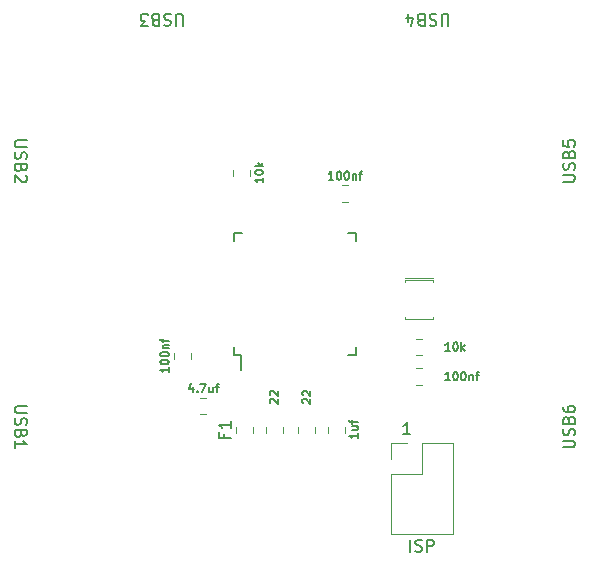
<source format=gto>
%TF.GenerationSoftware,KiCad,Pcbnew,(5.99.0-7341-g2f3ca60c5e)*%
%TF.CreationDate,2020-12-04T16:43:46+01:00*%
%TF.ProjectId,controller,636f6e74-726f-46c6-9c65-722e6b696361,rev?*%
%TF.SameCoordinates,Original*%
%TF.FileFunction,Legend,Top*%
%TF.FilePolarity,Positive*%
%FSLAX46Y46*%
G04 Gerber Fmt 4.6, Leading zero omitted, Abs format (unit mm)*
G04 Created by KiCad (PCBNEW (5.99.0-7341-g2f3ca60c5e)) date 2020-12-04 16:43:46*
%MOMM*%
%LPD*%
G01*
G04 APERTURE LIST*
%ADD10C,0.150000*%
%ADD11C,0.120000*%
G04 APERTURE END LIST*
D10*
%TO.C,USB1*%
X-22702380Y-33261904D02*
X-23511904Y-33261904D01*
X-23607142Y-33309523D01*
X-23654761Y-33357142D01*
X-23702380Y-33452380D01*
X-23702380Y-33642857D01*
X-23654761Y-33738095D01*
X-23607142Y-33785714D01*
X-23511904Y-33833333D01*
X-22702380Y-33833333D01*
X-23654761Y-34261904D02*
X-23702380Y-34404761D01*
X-23702380Y-34642857D01*
X-23654761Y-34738095D01*
X-23607142Y-34785714D01*
X-23511904Y-34833333D01*
X-23416666Y-34833333D01*
X-23321428Y-34785714D01*
X-23273809Y-34738095D01*
X-23226190Y-34642857D01*
X-23178571Y-34452380D01*
X-23130952Y-34357142D01*
X-23083333Y-34309523D01*
X-22988095Y-34261904D01*
X-22892857Y-34261904D01*
X-22797619Y-34309523D01*
X-22750000Y-34357142D01*
X-22702380Y-34452380D01*
X-22702380Y-34690476D01*
X-22750000Y-34833333D01*
X-23178571Y-35595238D02*
X-23226190Y-35738095D01*
X-23273809Y-35785714D01*
X-23369047Y-35833333D01*
X-23511904Y-35833333D01*
X-23607142Y-35785714D01*
X-23654761Y-35738095D01*
X-23702380Y-35642857D01*
X-23702380Y-35261904D01*
X-22702380Y-35261904D01*
X-22702380Y-35595238D01*
X-22750000Y-35690476D01*
X-22797619Y-35738095D01*
X-22892857Y-35785714D01*
X-22988095Y-35785714D01*
X-23083333Y-35738095D01*
X-23130952Y-35690476D01*
X-23178571Y-35595238D01*
X-23178571Y-35261904D01*
X-23702380Y-36785714D02*
X-23702380Y-36214285D01*
X-23702380Y-36500000D02*
X-22702380Y-36500000D01*
X-22845238Y-36404761D01*
X-22940476Y-36309523D01*
X-22988095Y-36214285D01*
%TO.C,F1*%
X-5971428Y-35583333D02*
X-5971428Y-35916666D01*
X-5447619Y-35916666D02*
X-6447619Y-35916666D01*
X-6447619Y-35440476D01*
X-5447619Y-34535714D02*
X-5447619Y-35107142D01*
X-5447619Y-34821428D02*
X-6447619Y-34821428D01*
X-6304761Y-34916666D01*
X-6209523Y-35011904D01*
X-6161904Y-35107142D01*
%TO.C,R4*%
X-2683333Y-13916666D02*
X-2683333Y-14316666D01*
X-2683333Y-14116666D02*
X-3383333Y-14116666D01*
X-3283333Y-14183333D01*
X-3216666Y-14250000D01*
X-3183333Y-14316666D01*
X-3383333Y-13483333D02*
X-3383333Y-13416666D01*
X-3350000Y-13350000D01*
X-3316666Y-13316666D01*
X-3250000Y-13283333D01*
X-3116666Y-13250000D01*
X-2950000Y-13250000D01*
X-2816666Y-13283333D01*
X-2750000Y-13316666D01*
X-2716666Y-13350000D01*
X-2683333Y-13416666D01*
X-2683333Y-13483333D01*
X-2716666Y-13550000D01*
X-2750000Y-13583333D01*
X-2816666Y-13616666D01*
X-2950000Y-13650000D01*
X-3116666Y-13650000D01*
X-3250000Y-13616666D01*
X-3316666Y-13583333D01*
X-3350000Y-13550000D01*
X-3383333Y-13483333D01*
X-2683333Y-12950000D02*
X-3383333Y-12950000D01*
X-2950000Y-12883333D02*
X-2683333Y-12683333D01*
X-3150000Y-12683333D02*
X-2883333Y-12950000D01*
%TO.C,C3*%
X13130833Y-31066666D02*
X12730833Y-31066666D01*
X12930833Y-31066666D02*
X12930833Y-30366666D01*
X12864166Y-30466666D01*
X12797500Y-30533333D01*
X12730833Y-30566666D01*
X13564166Y-30366666D02*
X13630833Y-30366666D01*
X13697500Y-30400000D01*
X13730833Y-30433333D01*
X13764166Y-30500000D01*
X13797500Y-30633333D01*
X13797500Y-30800000D01*
X13764166Y-30933333D01*
X13730833Y-31000000D01*
X13697500Y-31033333D01*
X13630833Y-31066666D01*
X13564166Y-31066666D01*
X13497500Y-31033333D01*
X13464166Y-31000000D01*
X13430833Y-30933333D01*
X13397500Y-30800000D01*
X13397500Y-30633333D01*
X13430833Y-30500000D01*
X13464166Y-30433333D01*
X13497500Y-30400000D01*
X13564166Y-30366666D01*
X14230833Y-30366666D02*
X14297500Y-30366666D01*
X14364166Y-30400000D01*
X14397500Y-30433333D01*
X14430833Y-30500000D01*
X14464166Y-30633333D01*
X14464166Y-30800000D01*
X14430833Y-30933333D01*
X14397500Y-31000000D01*
X14364166Y-31033333D01*
X14297500Y-31066666D01*
X14230833Y-31066666D01*
X14164166Y-31033333D01*
X14130833Y-31000000D01*
X14097500Y-30933333D01*
X14064166Y-30800000D01*
X14064166Y-30633333D01*
X14097500Y-30500000D01*
X14130833Y-30433333D01*
X14164166Y-30400000D01*
X14230833Y-30366666D01*
X14764166Y-30600000D02*
X14764166Y-31066666D01*
X14764166Y-30666666D02*
X14797500Y-30633333D01*
X14864166Y-30600000D01*
X14964166Y-30600000D01*
X15030833Y-30633333D01*
X15064166Y-30700000D01*
X15064166Y-31066666D01*
X15297500Y-30600000D02*
X15564166Y-30600000D01*
X15397500Y-31066666D02*
X15397500Y-30466666D01*
X15430833Y-30400000D01*
X15497500Y-30366666D01*
X15564166Y-30366666D01*
%TO.C,USB2*%
X-22702380Y-10761904D02*
X-23511904Y-10761904D01*
X-23607142Y-10809523D01*
X-23654761Y-10857142D01*
X-23702380Y-10952380D01*
X-23702380Y-11142857D01*
X-23654761Y-11238095D01*
X-23607142Y-11285714D01*
X-23511904Y-11333333D01*
X-22702380Y-11333333D01*
X-23654761Y-11761904D02*
X-23702380Y-11904761D01*
X-23702380Y-12142857D01*
X-23654761Y-12238095D01*
X-23607142Y-12285714D01*
X-23511904Y-12333333D01*
X-23416666Y-12333333D01*
X-23321428Y-12285714D01*
X-23273809Y-12238095D01*
X-23226190Y-12142857D01*
X-23178571Y-11952380D01*
X-23130952Y-11857142D01*
X-23083333Y-11809523D01*
X-22988095Y-11761904D01*
X-22892857Y-11761904D01*
X-22797619Y-11809523D01*
X-22750000Y-11857142D01*
X-22702380Y-11952380D01*
X-22702380Y-12190476D01*
X-22750000Y-12333333D01*
X-23178571Y-13095238D02*
X-23226190Y-13238095D01*
X-23273809Y-13285714D01*
X-23369047Y-13333333D01*
X-23511904Y-13333333D01*
X-23607142Y-13285714D01*
X-23654761Y-13238095D01*
X-23702380Y-13142857D01*
X-23702380Y-12761904D01*
X-22702380Y-12761904D01*
X-22702380Y-13095238D01*
X-22750000Y-13190476D01*
X-22797619Y-13238095D01*
X-22892857Y-13285714D01*
X-22988095Y-13285714D01*
X-23083333Y-13238095D01*
X-23130952Y-13190476D01*
X-23178571Y-13095238D01*
X-23178571Y-12761904D01*
X-22797619Y-13714285D02*
X-22750000Y-13761904D01*
X-22702380Y-13857142D01*
X-22702380Y-14095238D01*
X-22750000Y-14190476D01*
X-22797619Y-14238095D01*
X-22892857Y-14285714D01*
X-22988095Y-14285714D01*
X-23130952Y-14238095D01*
X-23702380Y-13666666D01*
X-23702380Y-14285714D01*
%TO.C,C2*%
X-8633333Y-31600000D02*
X-8633333Y-32066666D01*
X-8800000Y-31333333D02*
X-8966666Y-31833333D01*
X-8533333Y-31833333D01*
X-8266666Y-32000000D02*
X-8233333Y-32033333D01*
X-8266666Y-32066666D01*
X-8300000Y-32033333D01*
X-8266666Y-32000000D01*
X-8266666Y-32066666D01*
X-8000000Y-31366666D02*
X-7533333Y-31366666D01*
X-7833333Y-32066666D01*
X-6966666Y-31600000D02*
X-6966666Y-32066666D01*
X-7266666Y-31600000D02*
X-7266666Y-31966666D01*
X-7233333Y-32033333D01*
X-7166666Y-32066666D01*
X-7066666Y-32066666D01*
X-7000000Y-32033333D01*
X-6966666Y-32000000D01*
X-6733333Y-31600000D02*
X-6466666Y-31600000D01*
X-6633333Y-32066666D02*
X-6633333Y-31466666D01*
X-6600000Y-31400000D01*
X-6533333Y-31366666D01*
X-6466666Y-31366666D01*
%TO.C,USB6*%
X22702380Y-36738095D02*
X23511904Y-36738095D01*
X23607142Y-36690476D01*
X23654761Y-36642857D01*
X23702380Y-36547619D01*
X23702380Y-36357142D01*
X23654761Y-36261904D01*
X23607142Y-36214285D01*
X23511904Y-36166666D01*
X22702380Y-36166666D01*
X23654761Y-35738095D02*
X23702380Y-35595238D01*
X23702380Y-35357142D01*
X23654761Y-35261904D01*
X23607142Y-35214285D01*
X23511904Y-35166666D01*
X23416666Y-35166666D01*
X23321428Y-35214285D01*
X23273809Y-35261904D01*
X23226190Y-35357142D01*
X23178571Y-35547619D01*
X23130952Y-35642857D01*
X23083333Y-35690476D01*
X22988095Y-35738095D01*
X22892857Y-35738095D01*
X22797619Y-35690476D01*
X22750000Y-35642857D01*
X22702380Y-35547619D01*
X22702380Y-35309523D01*
X22750000Y-35166666D01*
X23178571Y-34404761D02*
X23226190Y-34261904D01*
X23273809Y-34214285D01*
X23369047Y-34166666D01*
X23511904Y-34166666D01*
X23607142Y-34214285D01*
X23654761Y-34261904D01*
X23702380Y-34357142D01*
X23702380Y-34738095D01*
X22702380Y-34738095D01*
X22702380Y-34404761D01*
X22750000Y-34309523D01*
X22797619Y-34261904D01*
X22892857Y-34214285D01*
X22988095Y-34214285D01*
X23083333Y-34261904D01*
X23130952Y-34309523D01*
X23178571Y-34404761D01*
X23178571Y-34738095D01*
X22702380Y-33309523D02*
X22702380Y-33500000D01*
X22750000Y-33595238D01*
X22797619Y-33642857D01*
X22940476Y-33738095D01*
X23130952Y-33785714D01*
X23511904Y-33785714D01*
X23607142Y-33738095D01*
X23654761Y-33690476D01*
X23702380Y-33595238D01*
X23702380Y-33404761D01*
X23654761Y-33309523D01*
X23607142Y-33261904D01*
X23511904Y-33214285D01*
X23273809Y-33214285D01*
X23178571Y-33261904D01*
X23130952Y-33309523D01*
X23083333Y-33404761D01*
X23083333Y-33595238D01*
X23130952Y-33690476D01*
X23178571Y-33738095D01*
X23273809Y-33785714D01*
%TO.C,J2*%
X9773809Y-45572380D02*
X9773809Y-44572380D01*
X10202380Y-45524761D02*
X10345238Y-45572380D01*
X10583333Y-45572380D01*
X10678571Y-45524761D01*
X10726190Y-45477142D01*
X10773809Y-45381904D01*
X10773809Y-45286666D01*
X10726190Y-45191428D01*
X10678571Y-45143809D01*
X10583333Y-45096190D01*
X10392857Y-45048571D01*
X10297619Y-45000952D01*
X10250000Y-44953333D01*
X10202380Y-44858095D01*
X10202380Y-44762857D01*
X10250000Y-44667619D01*
X10297619Y-44620000D01*
X10392857Y-44572380D01*
X10630952Y-44572380D01*
X10773809Y-44620000D01*
X11202380Y-45572380D02*
X11202380Y-44572380D01*
X11583333Y-44572380D01*
X11678571Y-44620000D01*
X11726190Y-44667619D01*
X11773809Y-44762857D01*
X11773809Y-44905714D01*
X11726190Y-45000952D01*
X11678571Y-45048571D01*
X11583333Y-45096190D01*
X11202380Y-45096190D01*
X9765714Y-35622380D02*
X9194285Y-35622380D01*
X9480000Y-35622380D02*
X9480000Y-34622380D01*
X9384761Y-34765238D01*
X9289523Y-34860476D01*
X9194285Y-34908095D01*
%TO.C,USB3*%
X-9511904Y-1047619D02*
X-9511904Y-238095D01*
X-9559523Y-142857D01*
X-9607142Y-95238D01*
X-9702380Y-47619D01*
X-9892857Y-47619D01*
X-9988095Y-95238D01*
X-10035714Y-142857D01*
X-10083333Y-238095D01*
X-10083333Y-1047619D01*
X-10511904Y-95238D02*
X-10654761Y-47619D01*
X-10892857Y-47619D01*
X-10988095Y-95238D01*
X-11035714Y-142857D01*
X-11083333Y-238095D01*
X-11083333Y-333333D01*
X-11035714Y-428571D01*
X-10988095Y-476190D01*
X-10892857Y-523809D01*
X-10702380Y-571428D01*
X-10607142Y-619047D01*
X-10559523Y-666666D01*
X-10511904Y-761904D01*
X-10511904Y-857142D01*
X-10559523Y-952380D01*
X-10607142Y-1000000D01*
X-10702380Y-1047619D01*
X-10940476Y-1047619D01*
X-11083333Y-1000000D01*
X-11845238Y-571428D02*
X-11988095Y-523809D01*
X-12035714Y-476190D01*
X-12083333Y-380952D01*
X-12083333Y-238095D01*
X-12035714Y-142857D01*
X-11988095Y-95238D01*
X-11892857Y-47619D01*
X-11511904Y-47619D01*
X-11511904Y-1047619D01*
X-11845238Y-1047619D01*
X-11940476Y-1000000D01*
X-11988095Y-952380D01*
X-12035714Y-857142D01*
X-12035714Y-761904D01*
X-11988095Y-666666D01*
X-11940476Y-619047D01*
X-11845238Y-571428D01*
X-11511904Y-571428D01*
X-12416666Y-1047619D02*
X-13035714Y-1047619D01*
X-12702380Y-666666D01*
X-12845238Y-666666D01*
X-12940476Y-619047D01*
X-12988095Y-571428D01*
X-13035714Y-476190D01*
X-13035714Y-238095D01*
X-12988095Y-142857D01*
X-12940476Y-95238D01*
X-12845238Y-47619D01*
X-12559523Y-47619D01*
X-12464285Y-95238D01*
X-12416666Y-142857D01*
%TO.C,C1*%
X5316666Y-35566666D02*
X5316666Y-35966666D01*
X5316666Y-35766666D02*
X4616666Y-35766666D01*
X4716666Y-35833333D01*
X4783333Y-35900000D01*
X4816666Y-35966666D01*
X4850000Y-34966666D02*
X5316666Y-34966666D01*
X4850000Y-35266666D02*
X5216666Y-35266666D01*
X5283333Y-35233333D01*
X5316666Y-35166666D01*
X5316666Y-35066666D01*
X5283333Y-35000000D01*
X5250000Y-34966666D01*
X4850000Y-34733333D02*
X4850000Y-34466666D01*
X5316666Y-34633333D02*
X4716666Y-34633333D01*
X4650000Y-34600000D01*
X4616666Y-34533333D01*
X4616666Y-34466666D01*
%TO.C,R2*%
X-2066666Y-33019166D02*
X-2100000Y-32985833D01*
X-2133333Y-32919166D01*
X-2133333Y-32752500D01*
X-2100000Y-32685833D01*
X-2066666Y-32652500D01*
X-2000000Y-32619166D01*
X-1933333Y-32619166D01*
X-1833333Y-32652500D01*
X-1433333Y-33052500D01*
X-1433333Y-32619166D01*
X-2066666Y-32352500D02*
X-2100000Y-32319166D01*
X-2133333Y-32252500D01*
X-2133333Y-32085833D01*
X-2100000Y-32019166D01*
X-2066666Y-31985833D01*
X-2000000Y-31952500D01*
X-1933333Y-31952500D01*
X-1833333Y-31985833D01*
X-1433333Y-32385833D01*
X-1433333Y-31952500D01*
%TO.C,R1*%
X683333Y-33019166D02*
X650000Y-32985833D01*
X616666Y-32919166D01*
X616666Y-32752500D01*
X650000Y-32685833D01*
X683333Y-32652500D01*
X750000Y-32619166D01*
X816666Y-32619166D01*
X916666Y-32652500D01*
X1316666Y-33052500D01*
X1316666Y-32619166D01*
X683333Y-32352500D02*
X650000Y-32319166D01*
X616666Y-32252500D01*
X616666Y-32085833D01*
X650000Y-32019166D01*
X683333Y-31985833D01*
X750000Y-31952500D01*
X816666Y-31952500D01*
X916666Y-31985833D01*
X1316666Y-32385833D01*
X1316666Y-31952500D01*
%TO.C,C4*%
X3266666Y-14066666D02*
X2866666Y-14066666D01*
X3066666Y-14066666D02*
X3066666Y-13366666D01*
X3000000Y-13466666D01*
X2933333Y-13533333D01*
X2866666Y-13566666D01*
X3700000Y-13366666D02*
X3766666Y-13366666D01*
X3833333Y-13400000D01*
X3866666Y-13433333D01*
X3900000Y-13500000D01*
X3933333Y-13633333D01*
X3933333Y-13800000D01*
X3900000Y-13933333D01*
X3866666Y-14000000D01*
X3833333Y-14033333D01*
X3766666Y-14066666D01*
X3700000Y-14066666D01*
X3633333Y-14033333D01*
X3600000Y-14000000D01*
X3566666Y-13933333D01*
X3533333Y-13800000D01*
X3533333Y-13633333D01*
X3566666Y-13500000D01*
X3600000Y-13433333D01*
X3633333Y-13400000D01*
X3700000Y-13366666D01*
X4366666Y-13366666D02*
X4433333Y-13366666D01*
X4500000Y-13400000D01*
X4533333Y-13433333D01*
X4566666Y-13500000D01*
X4600000Y-13633333D01*
X4600000Y-13800000D01*
X4566666Y-13933333D01*
X4533333Y-14000000D01*
X4500000Y-14033333D01*
X4433333Y-14066666D01*
X4366666Y-14066666D01*
X4300000Y-14033333D01*
X4266666Y-14000000D01*
X4233333Y-13933333D01*
X4200000Y-13800000D01*
X4200000Y-13633333D01*
X4233333Y-13500000D01*
X4266666Y-13433333D01*
X4300000Y-13400000D01*
X4366666Y-13366666D01*
X4900000Y-13600000D02*
X4900000Y-14066666D01*
X4900000Y-13666666D02*
X4933333Y-13633333D01*
X5000000Y-13600000D01*
X5100000Y-13600000D01*
X5166666Y-13633333D01*
X5200000Y-13700000D01*
X5200000Y-14066666D01*
X5433333Y-13600000D02*
X5700000Y-13600000D01*
X5533333Y-14066666D02*
X5533333Y-13466666D01*
X5566666Y-13400000D01*
X5633333Y-13366666D01*
X5700000Y-13366666D01*
%TO.C,R3*%
X13130833Y-28566666D02*
X12730833Y-28566666D01*
X12930833Y-28566666D02*
X12930833Y-27866666D01*
X12864166Y-27966666D01*
X12797500Y-28033333D01*
X12730833Y-28066666D01*
X13564166Y-27866666D02*
X13630833Y-27866666D01*
X13697500Y-27900000D01*
X13730833Y-27933333D01*
X13764166Y-28000000D01*
X13797500Y-28133333D01*
X13797500Y-28300000D01*
X13764166Y-28433333D01*
X13730833Y-28500000D01*
X13697500Y-28533333D01*
X13630833Y-28566666D01*
X13564166Y-28566666D01*
X13497500Y-28533333D01*
X13464166Y-28500000D01*
X13430833Y-28433333D01*
X13397500Y-28300000D01*
X13397500Y-28133333D01*
X13430833Y-28000000D01*
X13464166Y-27933333D01*
X13497500Y-27900000D01*
X13564166Y-27866666D01*
X14097500Y-28566666D02*
X14097500Y-27866666D01*
X14164166Y-28300000D02*
X14364166Y-28566666D01*
X14364166Y-28100000D02*
X14097500Y-28366666D01*
%TO.C,C5*%
X-10683333Y-29983333D02*
X-10683333Y-30383333D01*
X-10683333Y-30183333D02*
X-11383333Y-30183333D01*
X-11283333Y-30250000D01*
X-11216666Y-30316666D01*
X-11183333Y-30383333D01*
X-11383333Y-29550000D02*
X-11383333Y-29483333D01*
X-11350000Y-29416666D01*
X-11316666Y-29383333D01*
X-11250000Y-29350000D01*
X-11116666Y-29316666D01*
X-10950000Y-29316666D01*
X-10816666Y-29350000D01*
X-10750000Y-29383333D01*
X-10716666Y-29416666D01*
X-10683333Y-29483333D01*
X-10683333Y-29550000D01*
X-10716666Y-29616666D01*
X-10750000Y-29650000D01*
X-10816666Y-29683333D01*
X-10950000Y-29716666D01*
X-11116666Y-29716666D01*
X-11250000Y-29683333D01*
X-11316666Y-29650000D01*
X-11350000Y-29616666D01*
X-11383333Y-29550000D01*
X-11383333Y-28883333D02*
X-11383333Y-28816666D01*
X-11350000Y-28750000D01*
X-11316666Y-28716666D01*
X-11250000Y-28683333D01*
X-11116666Y-28650000D01*
X-10950000Y-28650000D01*
X-10816666Y-28683333D01*
X-10750000Y-28716666D01*
X-10716666Y-28750000D01*
X-10683333Y-28816666D01*
X-10683333Y-28883333D01*
X-10716666Y-28950000D01*
X-10750000Y-28983333D01*
X-10816666Y-29016666D01*
X-10950000Y-29050000D01*
X-11116666Y-29050000D01*
X-11250000Y-29016666D01*
X-11316666Y-28983333D01*
X-11350000Y-28950000D01*
X-11383333Y-28883333D01*
X-11150000Y-28350000D02*
X-10683333Y-28350000D01*
X-11083333Y-28350000D02*
X-11116666Y-28316666D01*
X-11150000Y-28250000D01*
X-11150000Y-28150000D01*
X-11116666Y-28083333D01*
X-11050000Y-28050000D01*
X-10683333Y-28050000D01*
X-11150000Y-27816666D02*
X-11150000Y-27550000D01*
X-10683333Y-27716666D02*
X-11283333Y-27716666D01*
X-11350000Y-27683333D01*
X-11383333Y-27616666D01*
X-11383333Y-27550000D01*
%TO.C,USB5*%
X22702380Y-14238095D02*
X23511904Y-14238095D01*
X23607142Y-14190476D01*
X23654761Y-14142857D01*
X23702380Y-14047619D01*
X23702380Y-13857142D01*
X23654761Y-13761904D01*
X23607142Y-13714285D01*
X23511904Y-13666666D01*
X22702380Y-13666666D01*
X23654761Y-13238095D02*
X23702380Y-13095238D01*
X23702380Y-12857142D01*
X23654761Y-12761904D01*
X23607142Y-12714285D01*
X23511904Y-12666666D01*
X23416666Y-12666666D01*
X23321428Y-12714285D01*
X23273809Y-12761904D01*
X23226190Y-12857142D01*
X23178571Y-13047619D01*
X23130952Y-13142857D01*
X23083333Y-13190476D01*
X22988095Y-13238095D01*
X22892857Y-13238095D01*
X22797619Y-13190476D01*
X22750000Y-13142857D01*
X22702380Y-13047619D01*
X22702380Y-12809523D01*
X22750000Y-12666666D01*
X23178571Y-11904761D02*
X23226190Y-11761904D01*
X23273809Y-11714285D01*
X23369047Y-11666666D01*
X23511904Y-11666666D01*
X23607142Y-11714285D01*
X23654761Y-11761904D01*
X23702380Y-11857142D01*
X23702380Y-12238095D01*
X22702380Y-12238095D01*
X22702380Y-11904761D01*
X22750000Y-11809523D01*
X22797619Y-11761904D01*
X22892857Y-11714285D01*
X22988095Y-11714285D01*
X23083333Y-11761904D01*
X23130952Y-11809523D01*
X23178571Y-11904761D01*
X23178571Y-12238095D01*
X22702380Y-10761904D02*
X22702380Y-11238095D01*
X23178571Y-11285714D01*
X23130952Y-11238095D01*
X23083333Y-11142857D01*
X23083333Y-10904761D01*
X23130952Y-10809523D01*
X23178571Y-10761904D01*
X23273809Y-10714285D01*
X23511904Y-10714285D01*
X23607142Y-10761904D01*
X23654761Y-10809523D01*
X23702380Y-10904761D01*
X23702380Y-11142857D01*
X23654761Y-11238095D01*
X23607142Y-11285714D01*
%TO.C,USB4*%
X12988095Y-1047619D02*
X12988095Y-238095D01*
X12940476Y-142857D01*
X12892857Y-95238D01*
X12797619Y-47619D01*
X12607142Y-47619D01*
X12511904Y-95238D01*
X12464285Y-142857D01*
X12416666Y-238095D01*
X12416666Y-1047619D01*
X11988095Y-95238D02*
X11845238Y-47619D01*
X11607142Y-47619D01*
X11511904Y-95238D01*
X11464285Y-142857D01*
X11416666Y-238095D01*
X11416666Y-333333D01*
X11464285Y-428571D01*
X11511904Y-476190D01*
X11607142Y-523809D01*
X11797619Y-571428D01*
X11892857Y-619047D01*
X11940476Y-666666D01*
X11988095Y-761904D01*
X11988095Y-857142D01*
X11940476Y-952380D01*
X11892857Y-1000000D01*
X11797619Y-1047619D01*
X11559523Y-1047619D01*
X11416666Y-1000000D01*
X10654761Y-571428D02*
X10511904Y-523809D01*
X10464285Y-476190D01*
X10416666Y-380952D01*
X10416666Y-238095D01*
X10464285Y-142857D01*
X10511904Y-95238D01*
X10607142Y-47619D01*
X10988095Y-47619D01*
X10988095Y-1047619D01*
X10654761Y-1047619D01*
X10559523Y-1000000D01*
X10511904Y-952380D01*
X10464285Y-857142D01*
X10464285Y-761904D01*
X10511904Y-666666D01*
X10559523Y-619047D01*
X10654761Y-571428D01*
X10988095Y-571428D01*
X9559523Y-714285D02*
X9559523Y-47619D01*
X9797619Y-1095238D02*
X10035714Y-380952D01*
X9416666Y-380952D01*
D11*
%TO.C,Y1*%
X9700000Y-22600000D02*
X9300000Y-22600000D01*
X9700000Y-25900000D02*
X9300000Y-25900000D01*
X9300000Y-22600000D02*
X9300000Y-22750000D01*
X11700000Y-22400000D02*
X9700000Y-22400000D01*
X11700000Y-25900000D02*
X11700000Y-25750000D01*
X11700000Y-22600000D02*
X11700000Y-22750000D01*
X9700000Y-22400000D02*
X9300000Y-22400000D01*
X11700000Y-25900000D02*
X9700000Y-25900000D01*
X9300000Y-25900000D02*
X9300000Y-25750000D01*
X9700000Y-22600000D02*
X11700000Y-22600000D01*
%TO.C,F1*%
X-3540000Y-35511252D02*
X-3540000Y-34988748D01*
X-4960000Y-35511252D02*
X-4960000Y-34988748D01*
%TO.C,R4*%
X-3790000Y-13761252D02*
X-3790000Y-13238748D01*
X-5210000Y-13761252D02*
X-5210000Y-13238748D01*
D10*
%TO.C,U1*%
X-5175000Y-18575000D02*
X-5175000Y-19250000D01*
X-5175000Y-28925000D02*
X-4600000Y-28925000D01*
X-5175000Y-18575000D02*
X-4500000Y-18575000D01*
X-5175000Y-28925000D02*
X-5175000Y-28250000D01*
X5175000Y-18575000D02*
X4500000Y-18575000D01*
X-4600000Y-28925000D02*
X-4600000Y-30200000D01*
X5175000Y-28925000D02*
X5175000Y-28250000D01*
X5175000Y-28925000D02*
X4500000Y-28925000D01*
X5175000Y-18575000D02*
X5175000Y-19250000D01*
D11*
%TO.C,C3*%
X10238748Y-31460000D02*
X10761252Y-31460000D01*
X10238748Y-30040000D02*
X10761252Y-30040000D01*
%TO.C,C2*%
X-7488748Y-32540000D02*
X-8011252Y-32540000D01*
X-7488748Y-33960000D02*
X-8011252Y-33960000D01*
%TO.C,J2*%
X8150000Y-38980000D02*
X8150000Y-44120000D01*
X8150000Y-38980000D02*
X10750000Y-38980000D01*
X8150000Y-44120000D02*
X13350000Y-44120000D01*
X10750000Y-38980000D02*
X10750000Y-36380000D01*
X10750000Y-36380000D02*
X13350000Y-36380000D01*
X8150000Y-37710000D02*
X8150000Y-36380000D01*
X13350000Y-36380000D02*
X13350000Y-44120000D01*
X8150000Y-36380000D02*
X9480000Y-36380000D01*
%TO.C,C1*%
X2790000Y-34988748D02*
X2790000Y-35511252D01*
X4210000Y-34988748D02*
X4210000Y-35511252D01*
%TO.C,R2*%
X-2460000Y-35511252D02*
X-2460000Y-34988748D01*
X-1040000Y-35511252D02*
X-1040000Y-34988748D01*
%TO.C,R1*%
X290000Y-35511252D02*
X290000Y-34988748D01*
X1710000Y-35511252D02*
X1710000Y-34988748D01*
%TO.C,C4*%
X3988748Y-14540000D02*
X4511252Y-14540000D01*
X3988748Y-15960000D02*
X4511252Y-15960000D01*
%TO.C,R3*%
X10761252Y-27540000D02*
X10238748Y-27540000D01*
X10761252Y-28960000D02*
X10238748Y-28960000D01*
%TO.C,C5*%
X-10210000Y-29261252D02*
X-10210000Y-28738748D01*
X-8790000Y-29261252D02*
X-8790000Y-28738748D01*
%TD*%
M02*

</source>
